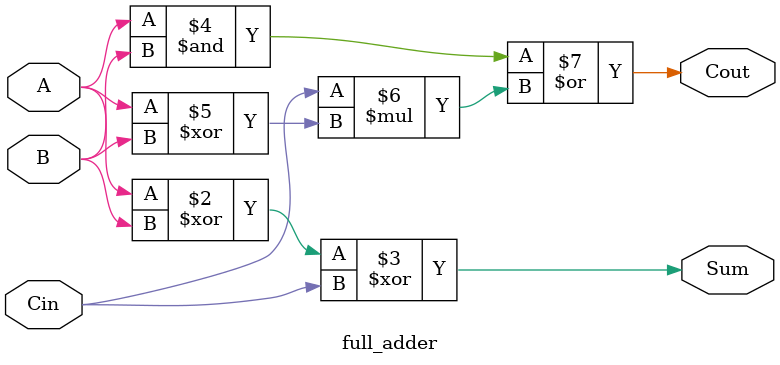
<source format=v>
module full_adder(A,B,Cin,Sum,Cout);
  input A,B,Cin;
  output reg Sum,Cout;
  always@(*) begin
    Sum = A ^ B ^ Cin;
    Cout =  A & B | Cin*(A^B);
  end
endmodule

</source>
